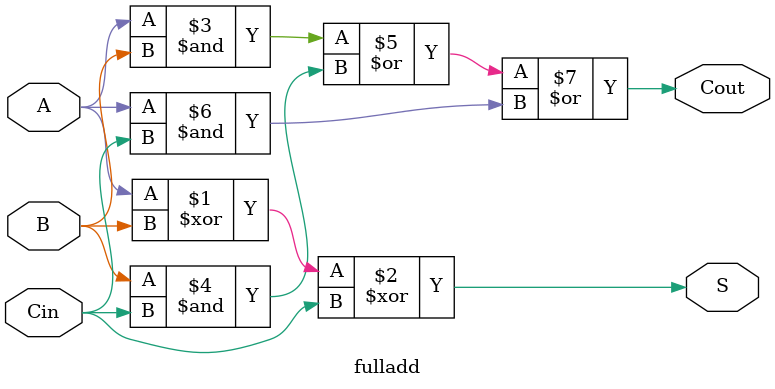
<source format=v>
module Add8(
    input [7:0] A,
    input [7:0] B,
    input Cin,
    output [7:0]S,
    output Cout
    );
    
    wire[7:0] C;
    
    fulladd A1(A[0],B[0],Cin,S[0],C[0]);
    fulladd A2(A[1],B[1],C[0],S[1],C[1]);
    fulladd A3(A[2],B[2],C[1],S[2],C[2]);
    fulladd A4(A[3],B[3],C[2],S[3],C[3]);
    fulladd A5(A[4],B[4],C[3],S[4],C[4]);
    fulladd A6(A[5],B[5],C[4],S[5],C[5]);
    fulladd A7(A[6],B[6],C[5],S[6],C[6]);
    fulladd A8(A[7],B[7],C[6],S[7],Cout);

endmodule


module fulladd(
    
    input A,
    input B,
    input Cin,
    output S,
    output Cout
    );
    
    assign S = (A^B^Cin);
    assign Cout = ((A&B) | (B&Cin) | (A&Cin));

endmodule
</source>
